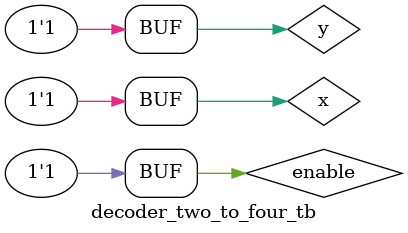
<source format=v>
module decoder_two_to_four_tb;
reg x, y, enable;
wire q0, q1, q2, q3;
decoder_two_to_four u1(x,y,enable,q0,q1,q2,q3);
initial begin
$monitor("%d x=%b, y=%b, enable=%b, q0=%b, q1=%b, q2=%b, q3=%b",$time, x, y, enable, q0, q1, q2, q3);
#20
x=0;
y=0;
enable=0;
#20
x=0;
y=1;
enable=0;
#20
x=1;
y=0;
enable=0;
#20
x=1;
y=1;
enable=0;
#20
x=0;
y=0;
enable=1;
#20
x=0;
y=1;
enable=1;
#20
x=1;
y=0;
enable=1;
#20
x=1;
y=1;
enable=1;

end
endmodule




</source>
